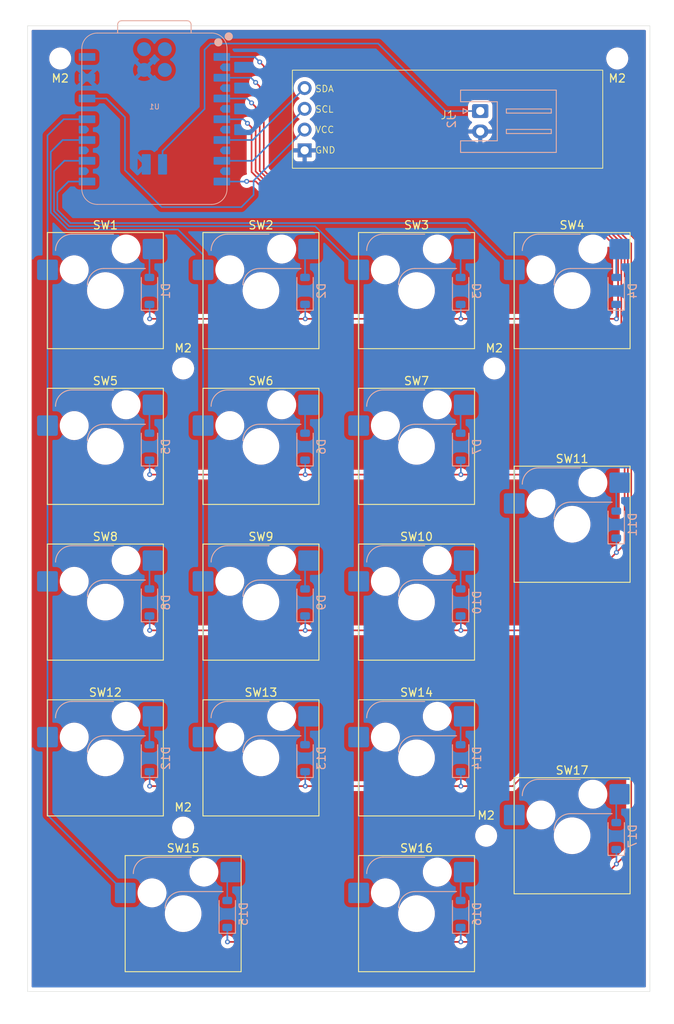
<source format=kicad_pcb>
(kicad_pcb (version 20241229) (generator "pcbnew") (generator_version "9.0")
  (layers (0 "F.Cu" signal) (2 "B.Cu" signal) (13 "F.Paste" user) (15 "B.Paste" user) (5 "F.SilkS" user "F.Silkscreen") (7 "B.SilkS" user "B.Silkscreen") (1 "F.Mask" user) (3 "B.Mask" user) (25 "Edge.Cuts" user))
  (net 0 "")
  (net 1 "Net-(D1-A)")
  (net 2 "R1")
  (net 3 "R2")
  (net 4 "Net-(D5-A)")
  (net 5 "Net-(D6-A)")
  (net 6 "Net-(D7-A)")
  (net 7 "Net-(D8-A)")
  (net 8 "R3")
  (net 9 "Net-(D9-A)")
  (net 10 "Net-(D10-A)")
  (net 11 "Net-(D11-A)")
  (net 12 "Net-(D12-A)")
  (net 13 "Net-(D13-A)")
  (net 14 "R4")
  (net 15 "Net-(D14-A)")
  (net 16 "Net-(D15-A)")
  (net 17 "R5")
  (net 18 "Net-(D16-A)")
  (net 19 "Net-(D17-A)")
  (net 20 "Net-(D2-A)")
  (net 21 "Net-(D3-A)")
  (net 22 "Net-(D4-A)")
  (net 23 "C1")
  (net 24 "C2")
  (net 25 "C3")
  (net 26 "C4")
  (net 27 "SDA")
  (net 28 "SCL")
  (net 29 "BAT")
  (net 30 "GND")
  (net 31 "+3V3")
  (footprint "MNP02:MNP_SW_Hotswap_Kailh_MX_1.00u" (layer "F.Cu") (at 57.15 80.01)
    (property "Reference" "SW6" (at 0 -8 0) (layer "F.SilkS"))
    (property "Value" "SW_Push_45deg" (hide yes))
    (pad "" np_thru_hole circle (at -3.81 -2.54) (size 3.05 3.05) (drill 3.05) (layers "*.Cu" "*.Mask"))
    (pad "" np_thru_hole circle (at 0 0) (size 4 4) (drill 4) (layers "*.Cu" "*.Mask"))
    (pad "" np_thru_hole circle (at 2.54 -5.08) (size 3.05 3.05) (drill 3.05) (layers "*.Cu" "*.Mask"))
    (pad "1" smd roundrect (at -7.085 -2.54) (size 2.55 2.5) (layers "B.Cu" "B.Mask" "B.Paste") (roundrect_rratio 0.1) (net 24 "C2"))
    (pad "2" smd roundrect (at 5.842 -5.08) (size 2.55 2.5) (layers "B.Cu" "B.Mask" "B.Paste") (roundrect_rratio 0.1) (net 5 "Net-(D6-A)"))
  )
  (footprint "MNP02:MNP_SW_Hotswap_Kailh_MX_1.00u" (layer "F.Cu") (at 95.25 60.96)
    (property "Reference" "SW4" (at 0 -8 0) (layer "F.SilkS"))
    (property "Value" "SW_Push_45deg" (hide yes))
    (pad "" np_thru_hole circle (at -3.81 -2.54) (size 3.05 3.05) (drill 3.05) (layers "*.Cu" "*.Mask"))
    (pad "" np_thru_hole circle (at 0 0) (size 4 4) (drill 4) (layers "*.Cu" "*.Mask"))
    (pad "" np_thru_hole circle (at 2.54 -5.08) (size 3.05 3.05) (drill 3.05) (layers "*.Cu" "*.Mask"))
    (pad "1" smd roundrect (at -7.085 -2.54) (size 2.55 2.5) (layers "B.Cu" "B.Mask" "B.Paste") (roundrect_rratio 0.1) (net 26 "C4"))
    (pad "2" smd roundrect (at 5.842 -5.08) (size 2.55 2.5) (layers "B.Cu" "B.Mask" "B.Paste") (roundrect_rratio 0.1) (net 22 "Net-(D4-A)"))
  )
  (footprint "MNP02:MNP_SW_Hotswap_Kailh_MX_2.00u" (layer "F.Cu") (at 47.625 137.16)
    (property "Reference" "SW15" (at 0 -8 0) (layer "F.SilkS"))
    (property "Value" "SW_Push_45deg" (hide yes))
    (pad "" np_thru_hole circle (at -3.81 -2.54) (size 3.05 3.05) (drill 3.05) (layers "*.Cu" "*.Mask"))
    (pad "" np_thru_hole circle (at 0 0) (size 4 4) (drill 4) (layers "*.Cu" "*.Mask"))
    (pad "" np_thru_hole circle (at 2.54 -5.08) (size 3.05 3.05) (drill 3.05) (layers "*.Cu" "*.Mask"))
    (pad "1" smd roundrect (at -7.085 -2.54) (size 2.55 2.5) (layers "B.Cu" "B.Mask" "B.Paste") (roundrect_rratio 0.1) (net 23 "C1"))
    (pad "2" smd roundrect (at 5.842 -5.08) (size 2.55 2.5) (layers "B.Cu" "B.Mask" "B.Paste") (roundrect_rratio 0.1) (net 16 "Net-(D15-A)"))
  )
  (footprint "MNP02:MNP_SW_Hotswap_Kailh_MX_1.00u" (layer "F.Cu") (at 76.2 60.96)
    (property "Reference" "SW3" (at 0 -8 0) (layer "F.SilkS"))
    (property "Value" "SW_Push_45deg" (hide yes))
    (pad "" np_thru_hole circle (at -3.81 -2.54) (size 3.05 3.05) (drill 3.05) (layers "*.Cu" "*.Mask"))
    (pad "" np_thru_hole circle (at 0 0) (size 4 4) (drill 4) (layers "*.Cu" "*.Mask"))
    (pad "" np_thru_hole circle (at 2.54 -5.08) (size 3.05 3.05) (drill 3.05) (layers "*.Cu" "*.Mask"))
    (pad "1" smd roundrect (at -7.085 -2.54) (size 2.55 2.5) (layers "B.Cu" "B.Mask" "B.Paste") (roundrect_rratio 0.1) (net 25 "C3"))
    (pad "2" smd roundrect (at 5.842 -5.08) (size 2.55 2.5) (layers "B.Cu" "B.Mask" "B.Paste") (roundrect_rratio 0.1) (net 21 "Net-(D3-A)"))
  )
  (footprint "MNP02:MNP_SW_Hotswap_Kailh_MX_1.00u" (layer "F.Cu") (at 76.2 80.01)
    (property "Reference" "SW7" (at 0 -8 0) (layer "F.SilkS"))
    (property "Value" "SW_Push_45deg" (hide yes))
    (pad "" np_thru_hole circle (at -3.81 -2.54) (size 3.05 3.05) (drill 3.05) (layers "*.Cu" "*.Mask"))
    (pad "" np_thru_hole circle (at 0 0) (size 4 4) (drill 4) (layers "*.Cu" "*.Mask"))
    (pad "" np_thru_hole circle (at 2.54 -5.08) (size 3.05 3.05) (drill 3.05) (layers "*.Cu" "*.Mask"))
    (pad "1" smd roundrect (at -7.085 -2.54) (size 2.55 2.5) (layers "B.Cu" "B.Mask" "B.Paste") (roundrect_rratio 0.1) (net 25 "C3"))
    (pad "2" smd roundrect (at 5.842 -5.08) (size 2.55 2.5) (layers "B.Cu" "B.Mask" "B.Paste") (roundrect_rratio 0.1) (net 6 "Net-(D7-A)"))
  )
  (footprint "MountingHole:MountingHole_2.2mm_M2" (layer "F.Cu") (at 84.725 127.634625)
    (property "Reference" "M2" (at 0 -2.485 0) (layer "F.SilkS"))
    (property "Value" "MountingHole_2.2mm_M2" (hide yes))
    (pad "" np_thru_hole circle (at 0 0) (size 2.2 2.2) (drill 2.2) (layers "*.Cu" "*.Mask"))
  )
  (footprint "MNP02:MNP_SW_Hotswap_Kailh_MX_1.00u" (layer "F.Cu") (at 38.1 99.06)
    (property "Reference" "SW8" (at 0 -8 0) (layer "F.SilkS"))
    (property "Value" "SW_Push_45deg" (hide yes))
    (pad "" np_thru_hole circle (at -3.81 -2.54) (size 3.05 3.05) (drill 3.05) (layers "*.Cu" "*.Mask"))
    (pad "" np_thru_hole circle (at 0 0) (size 4 4) (drill 4) (layers "*.Cu" "*.Mask"))
    (pad "" np_thru_hole circle (at 2.54 -5.08) (size 3.05 3.05) (drill 3.05) (layers "*.Cu" "*.Mask"))
    (pad "1" smd roundrect (at -7.085 -2.54) (size 2.55 2.5) (layers "B.Cu" "B.Mask" "B.Paste") (roundrect_rratio 0.1) (net 23 "C1"))
    (pad "2" smd roundrect (at 5.842 -5.08) (size 2.55 2.5) (layers "B.Cu" "B.Mask" "B.Paste") (roundrect_rratio 0.1) (net 7 "Net-(D8-A)"))
  )
  (footprint "MNP02:MNP_SW_Hotswap_Kailh_MX_1.00u" (layer "F.Cu") (at 76.2 118.11)
    (property "Reference" "SW14" (at 0 -8 0) (layer "F.SilkS"))
    (property "Value" "SW_Push_45deg" (hide yes))
    (pad "" np_thru_hole circle (at -3.81 -2.54) (size 3.05 3.05) (drill 3.05) (layers "*.Cu" "*.Mask"))
    (pad "" np_thru_hole circle (at 0 0) (size 4 4) (drill 4) (layers "*.Cu" "*.Mask"))
    (pad "" np_thru_hole circle (at 2.54 -5.08) (size 3.05 3.05) (drill 3.05) (layers "*.Cu" "*.Mask"))
    (pad "1" smd roundrect (at -7.085 -2.54) (size 2.55 2.5) (layers "B.Cu" "B.Mask" "B.Paste") (roundrect_rratio 0.1) (net 25 "C3"))
    (pad "2" smd roundrect (at 5.842 -5.08) (size 2.55 2.5) (layers "B.Cu" "B.Mask" "B.Paste") (roundrect_rratio 0.1) (net 15 "Net-(D14-A)"))
  )
  (footprint "MNP02:MNP_SW_Hotswap_Kailh_MX_1.00u" (layer "F.Cu") (at 57.15 60.96)
    (property "Reference" "SW2" (at 0 -8 0) (layer "F.SilkS"))
    (property "Value" "SW_Push_45deg" (hide yes))
    (pad "" np_thru_hole circle (at -3.81 -2.54) (size 3.05 3.05) (drill 3.05) (layers "*.Cu" "*.Mask"))
    (pad "" np_thru_hole circle (at 0 0) (size 4 4) (drill 4) (layers "*.Cu" "*.Mask"))
    (pad "" np_thru_hole circle (at 2.54 -5.08) (size 3.05 3.05) (drill 3.05) (layers "*.Cu" "*.Mask"))
    (pad "1" smd roundrect (at -7.085 -2.54) (size 2.55 2.5) (layers "B.Cu" "B.Mask" "B.Paste") (roundrect_rratio 0.1) (net 24 "C2"))
    (pad "2" smd roundrect (at 5.842 -5.08) (size 2.55 2.5) (layers "B.Cu" "B.Mask" "B.Paste") (roundrect_rratio 0.1) (net 20 "Net-(D2-A)"))
  )
  (footprint "MNP02:SSD1306" (layer "F.Cu") (at 80 40)
    (property "Reference" "J1" (at 0 -0.5 0) (layer "F.SilkS") (effects (font (thickness 0.1))))
    (property "Value" "Conn_01x04_Pin")
    (fp_text user "VCC" (at -16.25 1.75 0) (layer "F.SilkS") (effects (font (size 0.8 0.8) (thickness 0.1)) (justify left bottom)))
    (fp_text user "GND" (at -16.25 4.25 0) (layer "F.SilkS") (effects (font (size 0.8 0.8) (thickness 0.1)) (justify left bottom)))
    (fp_text user "SCL" (at -16.25 -0.75 0) (layer "F.SilkS") (effects (font (size 0.8 0.8) (thickness 0.1)) (justify left bottom)))
    (fp_text user "SDA" (at -16.25 -3.25 0) (layer "F.SilkS") (effects (font (size 0.8 0.8) (thickness 0.1)) (justify left bottom)))
    (pad "1" thru_hole circle (at -17.5 -3.81) (size 1.7 1.7) (drill 1) (layers "*.Cu" "*.Mask") (net 27 "SDA"))
    (pad "2" thru_hole circle (at -17.5 -1.27) (size 1.7 1.7) (drill 1) (layers "*.Cu" "*.Mask") (net 28 "SCL"))
    (pad "3" thru_hole circle (at -17.5 1.27) (size 1.7 1.7) (drill 1) (layers "*.Cu" "*.Mask") (net 31 "+3V3"))
    (pad "4" thru_hole rect (at -17.5 3.81) (size 1.7 1.7) (drill 1) (layers "*.Cu" "*.Mask") (net 30 "GND"))
  )
  (footprint "MNP02:MNP_SW_Hotswap_Kailh_MX_2.00u_90deg" (layer "F.Cu") (at 95.25 127.635)
    (property "Reference" "SW17" (at 0 -8 0) (layer "F.SilkS"))
    (property "Value" "SW_Push_45deg" (hide yes))
    (pad "" np_thru_hole circle (at -3.81 -2.54) (size 3.05 3.05) (drill 3.05) (layers "*.Cu" "*.Mask"))
    (pad "" np_thru_hole circle (at 0 0) (size 4 4) (drill 4) (layers "*.Cu" "*.Mask"))
    (pad "" np_thru_hole circle (at 2.54 -5.08) (size 3.05 3.05) (drill 3.05) (layers "*.Cu" "*.Mask"))
    (pad "1" smd roundrect (at -7.085 -2.54) (size 2.55 2.5) (layers "B.Cu" "B.Mask" "B.Paste") (roundrect_rratio 0.1) (net 26 "C4"))
    (pad "2" smd roundrect (at 5.842 -5.08) (size 2.55 2.5) (layers "B.Cu" "B.Mask" "B.Paste") (roundrect_rratio 0.1) (net 19 "Net-(D17-A)"))
  )
  (footprint "MNP02:MNP_SW_Hotswap_Kailh_MX_2.00u_90deg" (layer "F.Cu") (at 95.25 89.535)
    (property "Reference" "SW11" (at 0 -8 0) (layer "F.SilkS"))
    (property "Value" "SW_Push_45deg" (hide yes))
    (pad "" np_thru_hole circle (at -3.81 -2.54) (size 3.05 3.05) (drill 3.05) (layers "*.Cu" "*.Mask"))
    (pad "" np_thru_hole circle (at 0 0) (size 4 4) (drill 4) (layers "*.Cu" "*.Mask"))
    (pad "" np_thru_hole circle (at 2.54 -5.08) (size 3.05 3.05) (drill 3.05) (layers "*.Cu" "*.Mask"))
    (pad "1" smd roundrect (at -7.085 -2.54) (size 2.55 2.5) (layers "B.Cu" "B.Mask" "B.Paste") (roundrect_rratio 0.1) (net 26 "C4"))
    (pad "2" smd roundrect (at 5.842 -5.08) (size 2.55 2.5) (layers "B.Cu" "B.Mask" "B.Paste") (roundrect_rratio 0.1) (net 11 "Net-(D11-A)"))
  )
  (footprint "MountingHole:MountingHole_2.2mm_M2" (layer "F.Cu") (at 85.725 70.485)
    (property "Reference" "M2" (at 0 -2.485 0) (layer "F.SilkS"))
    (property "Value" "MountingHole_2.2mm_M2" (hide yes))
    (pad "" np_thru_hole circle (at 0 0) (size 2.2 2.2) (drill 2.2) (layers "*.Cu" "*.Mask"))
  )
  (footprint "MountingHole:MountingHole_2.2mm_M2" (layer "F.Cu") (at 100.775 32.575)
    (property "Reference" "M2" (at 0 2.425 0) (layer "F.SilkS"))
    (property "Value" "MountingHole_2.2mm_M2" (hide yes))
    (pad "" np_thru_hole circle (at 0 0) (size 2.2 2.2) (drill 2.2) (layers "*.Cu" "*.Mask"))
  )
  (footprint "MNP02:MNP_SW_Hotswap_Kailh_MX_1.00u" (layer "F.Cu") (at 57.15 118.11)
    (property "Reference" "SW13" (at 0 -8 0) (layer "F.SilkS"))
    (property "Value" "SW_Push_45deg" (hide yes))
    (pad "" np_thru_hole circle (at -3.81 -2.54) (size 3.05 3.05) (drill 3.05) (layers "*.Cu" "*.Mask"))
    (pad "" np_thru_hole circle (at 0 0) (size 4 4) (drill 4) (layers "*.Cu" "*.Mask"))
    (pad "" np_thru_hole circle (at 2.54 -5.08) (size 3.05 3.05) (drill 3.05) (layers "*.Cu" "*.Mask"))
    (pad "1" smd roundrect (at -7.085 -2.54) (size 2.55 2.5) (layers "B.Cu" "B.Mask" "B.Paste") (roundrect_rratio 0.1) (net 24 "C2"))
    (pad "2" smd roundrect (at 5.842 -5.08) (size 2.55 2.5) (layers "B.Cu" "B.Mask" "B.Paste") (roundrect_rratio 0.1) (net 13 "Net-(D13-A)"))
  )
  (footprint "MNP02:MNP_SW_Hotswap_Kailh_MX_1.00u" (layer "F.Cu") (at 76.2 137.16)
    (property "Reference" "SW16" (at 0 -8 0) (layer "F.SilkS"))
    (property "Value" "SW_Push_45deg" (hide yes))
    (pad "" np_thru_hole circle (at -3.81 -2.54) (size 3.05 3.05) (drill 3.05) (layers "*.Cu" "*.Mask"))
    (pad "" np_thru_hole circle (at 0 0) (size 4 4) (drill 4) (layers "*.Cu" "*.Mask"))
    (pad "" np_thru_hole circle (at 2.54 -5.08) (size 3.05 3.05) (drill 3.05) (layers "*.Cu" "*.Mask"))
    (pad "1" smd roundrect (at -7.085 -2.54) (size 2.55 2.5) (layers "B.Cu" "B.Mask" "B.Paste") (roundrect_rratio 0.1) (net 25 "C3"))
    (pad "2" smd roundrect (at 5.842 -5.08) (size 2.55 2.5) (layers "B.Cu" "B.Mask" "B.Paste") (roundrect_rratio 0.1) (net 18 "Net-(D16-A)"))
  )
  (footprint "MNP02:MNP_SW_Hotswap_Kailh_MX_1.00u" (layer "F.Cu") (at 38.1 60.96)
    (property "Reference" "SW1" (at 0 -8 0) (layer "F.SilkS"))
    (property "Value" "SW_Push_45deg" (hide yes))
    (pad "" np_thru_hole circle (at -3.81 -2.54) (size 3.05 3.05) (drill 3.05) (layers "*.Cu" "*.Mask"))
    (pad "" np_thru_hole circle (at 0 0) (size 4 4) (drill 4) (layers "*.Cu" "*.Mask"))
    (pad "" np_thru_hole circle (at 2.54 -5.08) (size 3.05 3.05) (drill 3.05) (layers "*.Cu" "*.Mask"))
    (pad "1" smd roundrect (at -7.085 -2.54) (size 2.55 2.5) (layers "B.Cu" "B.Mask" "B.Paste") (roundrect_rratio 0.1) (net 23 "C1"))
    (pad "2" smd roundrect (at 5.842 -5.08) (size 2.55 2.5) (layers "B.Cu" "B.Mask" "B.Paste") (roundrect_rratio 0.1) (net 1 "Net-(D1-A)"))
  )
  (footprint "MountingHole:MountingHole_2.2mm_M2" (layer "F.Cu") (at 47.625 126.634625)
    (property "Reference" "M2" (at 0 -2.485 0) (layer "F.SilkS"))
    (property "Value" "MountingHole_2.2mm_M2" (hide yes))
    (pad "" np_thru_hole circle (at 0 0) (size 2.2 2.2) (drill 2.2) (layers "*.Cu" "*.Mask"))
  )
  (footprint "MountingHole:MountingHole_2.2mm_M2" (layer "F.Cu") (at 32.575 32.575)
    (property "Reference" "M2" (at 0 2.425 0) (layer "F.SilkS"))
    (property "Value" "MountingHole_2.2mm_M2" (hide yes))
    (pad "" np_thru_hole circle (at 0 0) (size 2.2 2.2) (drill 2.2) (layers "*.Cu" "*.Mask"))
  )
  (footprint "MNP02:MNP_SW_Hotswap_Kailh_MX_1.00u" (layer "F.Cu") (at 76.2 99.06)
    (property "Reference" "SW10" (at 0 -8 0) (layer "F.SilkS"))
    (property "Value" "SW_Push_45deg" (hide yes))
    (pad "" np_thru_hole circle (at -3.81 -2.54) (size 3.05 3.05) (drill 3.05) (layers "*.Cu" "*.Mask"))
    (pad "" np_thru_hole circle (at 0 0) (size 4 4) (drill 4) (layers "*.Cu" "*.Mask"))
    (pad "" np_thru_hole circle (at 2.54 -5.08) (size 3.05 3.05) (drill 3.05) (layers "*.Cu" "*.Mask"))
    (pad "1" smd roundrect (at -7.085 -2.54) (size 2.55 2.5) (layers "B.Cu" "B.Mask" "B.Paste") (roundrect_rratio 0.1) (net 25 "C3"))
    (pad "2" smd roundrect (at 5.842 -5.08) (size 2.55 2.5) (layers "B.Cu" "B.Mask" "B.Paste") (roundrect_rratio 0.1) (net 10 "Net-(D10-A)"))
  )
  (footprint "MountingHole:MountingHole_2.2mm_M2" (layer "F.Cu") (at 47.625 70.485)
    (property "Reference" "M2" (at 0 -2.485 0) (layer "F.SilkS"))
    (property "Value" "MountingHole_2.2mm_M2" (hide yes))
    (pad "" np_thru_hole circle (at 0 0) (size 2.2 2.2) (drill 2.2) (layers "*.Cu" "*.Mask"))
  )
  (footprint "MNP02:MNP_SW_Hotswap_Kailh_MX_1.00u" (layer "F.Cu") (at 57.15 99.06)
    (property "Reference" "SW9" (at 0 -8 0) (layer "F.SilkS"))
    (property "Value" "SW_Push_45deg" (hide yes))
    (pad "" np_thru_hole circle (at -3.81 -2.54) (size 3.05 3.05) (drill 3.05) (layers "*.Cu" "*.Mask"))
    (pad "" np_thru_hole circle (at 0 0) (size 4 4) (drill 4) (layers "*.Cu" "*.Mask"))
    (pad "" np_thru_hole circle (at 2.54 -5.08) (size 3.05 3.05) (drill 3.05) (layers "*.Cu" "*.Mask"))
    (pad "1" smd roundrect (at -7.085 -2.54) (size 2.55 2.5) (layers "B.Cu" "B.Mask" "B.Paste") (roundrect_rratio 0.1) (net 24 "C2"))
    (pad "2" smd roundrect (at 5.842 -5.08) (size 2.55 2.5) (layers "B.Cu" "B.Mask" "B.Paste") (roundrect_rratio 0.1) (net 9 "Net-(D9-A)"))
  )
  (footprint "MNP02:MNP_SW_Hotswap_Kailh_MX_1.00u" (layer "F.Cu") (at 38.1 118.11)
    (property "Reference" "SW12" (at 0 -8 0) (layer "F.SilkS"))
    (property "Value" "SW_Push_45deg" (hide yes))
    (pad "" np_thru_hole circle (at -3.81 -2.54) (size 3.05 3.05) (drill 3.05) (layers "*.Cu" "*.Mask"))
    (pad "" np_thru_hole circle (at 0 0) (size 4 4) (drill 4) (layers "*.Cu" "*.Mask"))
    (pad "" np_thru_hole circle (at 2.54 -5.08) (size 3.05 3.05) (drill 3.05) (layers "*.Cu" "*.Mask"))
    (pad "1" smd roundrect (at -7.085 -2.54) (size 2.55 2.5) (layers "B.Cu" "B.Mask" "B.Paste") (roundrect_rratio 0.1) (net 23 "C1"))
    (pad "2" smd roundrect (at 5.842 -5.08) (size 2.55 2.5) (layers "B.Cu" "B.Mask" "B.Paste") (roundrect_rratio 0.1) (net 12 "Net-(D12-A)"))
  )
  (footprint "MNP02:MNP_SW_Hotswap_Kailh_MX_1.00u" (layer "F.Cu") (at 38.1 80.01)
    (property "Reference" "SW5" (at 0 -8 0) (layer "F.SilkS"))
    (property "Value" "SW_Push_45deg" (hide yes))
    (pad "" np_thru_hole circle (at -3.81 -2.54) (size 3.05 3.05) (drill 3.05) (layers "*.Cu" "*.Mask"))
    (pad "" np_thru_hole circle (at 0 0) (size 4 4) (drill 4) (layers "*.Cu" "*.Mask"))
    (pad "" np_thru_hole circle (at 2.54 -5.08) (size 3.05 3.05) (drill 3.05) (layers "*.Cu" "*.Mask"))
    (pad "1" smd roundrect (at -7.085 -2.54) (size 2.55 2.5) (layers "B.Cu" "B.Mask" "B.Paste") (roundrect_rratio 0.1) (net 23 "C1"))
    (pad "2" smd roundrect (at 5.842 -5.08) (size 2.55 2.5) (layers "B.Cu" "B.Mask" "B.Paste") (roundrect_rratio 0.1) (net 4 "Net-(D5-A)"))
  )
  (footprint "Diode_SMD:D_SOD-123" (layer "B.Cu") (at 62.55 61 90)
    (property "Reference" "D2" (at 0 2 90) (layer "B.SilkS") (effects (justify mirror)))
    (property "Value" "D")
    (pad "1" smd roundrect (at -1.65 0 90) (size 0.9 1.2) (layers "B.Cu" "B.Mask" "B.Paste") (net 2 "R1"))
    (pad "2" smd roundrect (at 1.65 0 90) (size 0.9 1.2) (layers "B.Cu" "B.Mask" "B.Paste") (net 20 "Net-(D2-A)"))
  )
  (footprint "Diode_SMD:D_SOD-123" (layer "B.Cu") (at 100.65 89.575 90)
    (property "Reference" "D11" (at 0 2 90) (layer "B.SilkS") (effects (justify mirror)))
    (property "Value" "D")
    (pad "1" smd roundrect (at -1.65 0 90) (size 0.9 1.2) (layers "B.Cu" "B.Mask" "B.Paste") (net 8 "R3"))
    (pad "2" smd roundrect (at 1.65 0 90) (size 0.9 1.2) (layers "B.Cu" "B.Mask" "B.Paste") (net 11 "Net-(D11-A)"))
  )
  (footprint "Diode_SMD:D_SOD-123" (layer "B.Cu") (at 62.55 80.05 90)
    (property "Reference" "D6" (at 0 2 90) (layer "B.SilkS") (effects (justify mirror)))
    (property "Value" "D")
    (pad "1" smd roundrect (at -1.65 0 90) (size 0.9 1.2) (layers "B.Cu" "B.Mask" "B.Paste") (net 3 "R2"))
    (pad "2" smd roundrect (at 1.65 0 90) (size 0.9 1.2) (layers "B.Cu" "B.Mask" "B.Paste") (net 5 "Net-(D6-A)"))
  )
  (footprint "Diode_SMD:D_SOD-123" (layer "B.Cu") (at 53.025 137.2 90)
    (property "Reference" "D15" (at 0 2 90) (layer "B.SilkS") (effects (justify mirror)))
    (property "Value" "D")
    (pad "1" smd roundrect (at -1.65 0 90) (size 0.9 1.2) (layers "B.Cu" "B.Mask" "B.Paste") (net 17 "R5"))
    (pad "2" smd roundrect (at 1.65 0 90) (size 0.9 1.2) (layers "B.Cu" "B.Mask" "B.Paste") (net 16 "Net-(D15-A)"))
  )
  (footprint "Diode_SMD:D_SOD-123" (layer "B.Cu") (at 43.5 118.15 90)
    (property "Reference" "D12" (at 0 2 90) (layer "B.SilkS") (effects (justify mirror)))
    (property "Value" "D")
    (pad "1" smd roundrect (at -1.65 0 90) (size 0.9 1.2) (layers "B.Cu" "B.Mask" "B.Paste") (net 14 "R4"))
    (pad "2" smd roundrect (at 1.65 0 90) (size 0.9 1.2) (layers "B.Cu" "B.Mask" "B.Paste") (net 12 "Net-(D12-A)"))
  )
  (footprint "Diode_SMD:D_SOD-123" (layer "B.Cu") (at 100.65 61 90)
    (property "Reference" "D4" (at 0 2 90) (layer "B.SilkS") (effects (justify mirror)))
    (property "Value" "D")
    (pad "1" smd roundrect (at -1.65 0 90) (size 0.9 1.2) (layers "B.Cu" "B.Mask" "B.Paste") (net 2 "R1"))
    (pad "2" smd roundrect (at 1.65 0 90) (size 0.9 1.2) (layers "B.Cu" "B.Mask" "B.Paste") (net 22 "Net-(D4-A)"))
  )
  (footprint "Diode_SMD:D_SOD-123" (layer "B.Cu") (at 43.5 99.1 90)
    (property "Reference" "D8" (at 0 2 90) (layer "B.SilkS") (effects (justify mirror)))
    (property "Value" "D")
    (pad "1" smd roundrect (at -1.65 0 90) (size 0.9 1.2) (layers "B.Cu" "B.Mask" "B.Paste") (net 8 "R3"))
    (pad "2" smd roundrect (at 1.65 0 90) (size 0.9 1.2) (layers "B.Cu" "B.Mask" "B.Paste") (net 7 "Net-(D8-A)"))
  )
  (footprint "Diode_SMD:D_SOD-123" (layer "B.Cu") (at 62.55 118.15 90)
    (property "Reference" "D13" (at 0 2 90) (layer "B.SilkS") (effects (justify mirror)))
    (property "Value" "D")
    (pad "1" smd roundrect (at -1.65 0 90) (size 0.9 1.2) (layers "B.Cu" "B.Mask" "B.Paste") (net 14 "R4"))
    (pad "2" smd roundrect (at 1.65 0 90) (size 0.9 1.2) (layers "B.Cu" "B.Mask" "B.Paste") (net 13 "Net-(D13-A)"))
  )
  (footprint "Diode_SMD:D_SOD-123" (layer "B.Cu") (at 62.55 99.1 90)
    (property "Reference" "D9" (at 0 2 90) (layer "B.SilkS") (effects (justify mirror)))
    (property "Value" "D")
    (pad "1" smd roundrect (at -1.65 0 90) (size 0.9 1.2) (layers "B.Cu" "B.Mask" "B.Paste") (net 8 "R3"))
    (pad "2" smd roundrect (at 1.65 0 90) (size 0.9 1.2) (layers "B.Cu" "B.Mask" "B.Paste") (net 9 "Net-(D9-A)"))
  )
  (footprint "Connector_JST:JST_XH_S2B-XH-A_1x02_P2.50mm_Horizontal" (layer "B.Cu") (at 84 39 -90)
    (property "Reference" "J2" (at 1.25 3.51 90) (layer "B.SilkS") (effects (justify mirror)))
    (property "Value" "Conn_01x02")
    (pad "1" thru_hole roundrect (at 0 0 270) (size 1.7 2) (drill 1) (layers "*.Cu" "*.Mask") (roundrect_rratio 0.147059) (net 29 "BAT"))
    (pad "2" thru_hole oval (at 2.5 0 270) (size 1.7 2) (drill 1) (layers "*.Cu" "*.Mask") (net 30 "GND"))
  )
  (footprint "Diode_SMD:D_SOD-123" (layer "B.Cu") (at 81.6 80.05 90)
    (property "Reference" "D7" (at 0 2 90) (layer "B.SilkS") (effects (justify mirror)))
    (property "Value" "D")
    (pad "1" smd roundrect (at -1.65 0 90) (size 0.9 1.2) (layers "B.Cu" "B.Mask" "B.Paste") (net 3 "R2"))
    (pad "2" smd roundrect (at 1.65 0 90) (size 0.9 1.2) (layers "B.Cu" "B.Mask" "B.Paste") (net 6 "Net-(D7-A)"))
  )
  (footprint "Diode_SMD:D_SOD-123" (layer "B.Cu") (at 81.6 137.2 90)
    (property "Reference" "D16" (at 0 2 90) (layer "B.SilkS") (effects (justify mirror)))
    (property "Value" "D")
    (pad "1" smd roundrect (at -1.65 0 90) (size 0.9 1.2) (layers "B.Cu" "B.Mask" "B.Paste") (net 17 "R5"))
    (pad "2" smd roundrect (at 1.65 0 90) (size 0.9 1.2) (layers "B.Cu" "B.Mask" "B.Paste") (net 18 "Net-(D16-A)"))
  )
  (footprint "Diode_SMD:D_SOD-123" (layer "B.Cu") (at 81.6 99.1 90)
    (property "Reference" "D10" (at 0 2 90) (layer "B.SilkS") (effects (justify mirror)))
    (property "Value" "D")
    (pad "1" smd roundrect (at -1.65 0 90) (size 0.9 1.2) (layers "B.Cu" "B.Mask" "B.Paste") (net 8 "R3"))
    (pad "2" smd roundrect (at 1.65 0 90) (size 0.9 1.2) (layers "B.Cu" "B.Mask" "B.Paste") (net 10 "Net-(D10-A)"))
  )
  (footprint "Diode_SMD:D_SOD-123" (layer "B.Cu") (at 81.6 61 90)
    (property "Reference" "D3" (at 0 2 90) (layer "B.SilkS") (effects (justify mirror)))
    (property "Value" "D")
    (pad "1" smd roundrect (at -1.65 0 90) (size 0.9 1.2) (layers "B.Cu" "B.Mask" "B.Paste") (net 2 "R1"))
    (pad "2" smd roundrect (at 1.65 0 90) (size 0.9 1.2) (layers "B.Cu" "B.Mask" "B.Paste") (net 21 "Net-(D3-A)"))
  )
  (footprint "Diode_SMD:D_SOD-123" (layer "B.Cu") (at 43.5 61 90)
    (property "Reference" "D1" (at 0 2 90) (layer "B.SilkS") (effects (justify mirror)))
    (property "Value" "D")
    (pad "1" smd roundrect (at -1.65 0 90) (size 0.9 1.2) (layers "B.Cu" "B.Mask" "B.Paste") (net 2 "R1"))
    (pad "2" smd roundrect (at 1.65 0 90) (size 0.9 1.2) (layers "B.Cu" "B.Mask" "B.Paste") (net 1 "Net-(D1-A)"))
  )
  (footprint "Seeed XIAO Plus:XIAO-nRF52840-Plus-SMD" (layer "B.Cu") (at 44.108125 40.004 90)
    (property "Reference" "U1" (at 1.534 0 0) (layer "B.SilkS") (effects (font (size 0.635 0.635) (thickness 0.1016)) (justify mirror)))
    (property "Value" "XIAO-nRF52840-Plus")
    (pad "1" smd roundrect (at 7.62 8.255) (size 2.032 0.95) (layers "B.Cu" "B.Mask" "B.Paste") (roundrect_rratio 0.1) (net 17 "R5"))
    (pad "2" smd roundrect (at 5.08 8.255) (size 2.032 0.95) (layers "B.Cu" "B.Mask" "B.Paste") (roundrect_rratio 0.1) (net 14 "R4"))
    (pad "3" smd roundrect (at 2.54 8.255) (size 2.032 0.95) (layers "B.Cu" "B.Mask" "B.Paste") (roundrect_rratio 0.1) (net 8 "R3"))
    (pad "4" smd roundrect (at 0 8.255) (size 2.032 0.95) (layers "B.Cu" "B.Mask" "B.Paste") (roundrect_rratio 0.1) (net 3 "R2"))
    (pad "5" smd roundrect (at -2.54 8.255) (size 2.032 0.95) (layers "B.Cu" "B.Mask" "B.Paste") (roundrect_rratio 0.1) (net 27 "SDA"))
    (pad "6" smd roundrect (at -5.08 8.255) (size 2.032 0.95) (layers "B.Cu" "B.Mask" "B.Paste") (roundrect_rratio 0.1) (net 28 "SCL"))
    (pad "7" smd roundrect (at -7.62 8.255) (size 2.032 0.95) (layers "B.Cu" "B.Mask" "B.Paste") (roundrect_rratio 0.1) (net 2 "R1"))
    (pad "8" smd roundrect (at -7.62 -8.255 180) (size 2.032 0.95) (layers "B.Cu" "B.Mask" "B.Paste") (roundrect_rratio 0.1) (net 26 "C4"))
    (pad "9" smd roundrect (at -5.08 -8.255 180) (size 2.032 0.95) (layers "B.Cu" "B.Mask" "B.Paste") (roundrect_rratio 0.1) (net 25 "C3"))
    (pad "10" smd roundrect (at -2.54 -8.255 180) (size 2.032 0.95) (layers "B.Cu" "B.Mask" "B.Paste") (roundrect_rratio 0.1) (net 24 "C2"))
    (pad "11" smd roundrect (at 0 -8.255 180) (size 2.032 0.95) (layers "B.Cu" "B.Mask" "B.Paste") (roundrect_rratio 0.1) (net 23 "C1"))
    (pad "12" smd roundrect (at 2.54 -8.255 180) (size 2.032 0.95) (layers "B.Cu" "B.Mask" "B.Paste") (roundrect_rratio 0.1) (net 31 "+3V3"))
    (pad "13" smd roundrect (at 5.08 -8.255 180) (size 2.032 0.95) (layers "B.Cu" "B.Mask" "B.Paste") (roundrect_rratio 0.1) (net 30 "GND"))
    (pad "14" smd roundrect (at 7.62 -8.255 180) (size 2.032 0.95) (layers "B.Cu" "B.Mask" "B.Paste") (roundrect_rratio 0.1))
    (pad "15" smd roundrect (at 6.35 8.655) (size 1.232 0.95) (layers "B.Cu" "B.Mask" "B.Paste") (roundrect_rratio 0.1) (chamfer_ratio 0.35) (chamfer top_left bottom_left))
    (pad "16" smd roundrect (at 3.81 8.655) (size 1.232 0.95) (layers "B.Cu" "B.Mask" "B.Paste") (roundrect_rratio 0.1) (chamfer_ratio 0.35) (chamfer top_left bottom_left))
    (pad "17" smd roundrect (at 1.27 8.655) (size 1.232 0.95) (layers "B.Cu" "B.Mask" "B.Paste") (roundrect_rratio 0.1) (chamfer_ratio 0.35) (chamfer top_left bottom_left))
    (pad "18" smd roundrect (at -1.27 8.655) (size 1.232 0.95) (layers "B.Cu" "B.Mask" "B.Paste") (roundrect_rratio 0.1) (chamfer_ratio 0.35) (chamfer top_left bottom_left))
    (pad "19" smd roundrect (at -3.81 8.655) (size 1.232 0.95) (layers "B.Cu" "B.Mask" "B.Paste") (roundrect_rratio 0.1) (chamfer_ratio 0.35) (chamfer top_left bottom_left))
    (pad "20" smd roundrect (at -6.35 8.655) (size 1.232 0.95) (layers "B.Cu" "B.Mask" "B.Paste") (roundrect_rratio 0.1) (chamfer_ratio 0.35) (chamfer top_left bottom_left))
    (pad "21" smd roundrect (at -6.35 -8.655 180) (size 1.232 0.95) (layers "B.Cu" "B.Mask" "B.Paste") (roundrect_rratio 0.1) (chamfer_ratio 0.35) (chamfer top_left bottom_left))
    (pad "22" smd roundrect (at -3.81 -8.655 180) (size 1.232 0.95) (layers "B.Cu" "B.Mask" "B.Paste") (roundrect_rratio 0.1) (chamfer_ratio 0.35) (chamfer top_left bottom_left))
    (pad "23" smd roundrect (at -1.27 -8.655 180) (size 1.232 0.95) (layers "B.Cu" "B.Mask" "B.Paste") (roundrect_rratio 0.1) (chamfer_ratio 0.35) (chamfer top_left bottom_left))
    (pad "24" smd circle (at 8.5725 1.27 180) (size 1.7 1.7) (layers "B.Cu" "B.Mask" "B.Paste"))
    (pad "25" smd circle (at 8.5725 -1.27 180) (size 1.7 1.7) (layers "B.Cu" "B.Mask" "B.Paste"))
    (pad "26" smd circle (at 6.0325 1.27 180) (size 1.7 1.7) (layers "B.Cu" "B.Mask" "B.Paste"))
    (pad "27" smd circle (at 6.0325 -1.27 180) (size 1.7 1.7) (layers "B.Cu" "B.Mask" "B.Paste") (net 30 "GND"))
    (pad "32" smd roundrect (at -5.517823 0.993988 270) (size 2.5 1.1) (layers "B.Cu" "B.Mask" "B.Paste") (roundrect_rratio 0.1) (net 29 "BAT"))
    (pad "33" smd roundrect (at -5.517823 -1.006012 270) (size 2.5 1.1) (layers "B.Cu" "B.Mask" "B.Paste") (roundrect_rratio 0.1) (net 30 "GND"))
  )
  (footprint "Diode_SMD:D_SOD-123" (layer "B.Cu") (at 43.5 80.05 90)
    (property "Reference" "D5" (at 0 2 90) (layer "B.SilkS") (effects (justify mirror)))
    (property "Value" "D")
    (pad "1" smd roundrect (at -1.65 0 90) (size 0.9 1.2) (layers "B.Cu" "B.Mask" "B.Paste") (net 3 "R2"))
    (pad "2" smd roundrect (at 1.65 0 90) (size 0.9 1.2) (layers "B.Cu" "B.Mask" "B.Paste") (net 4 "Net-(D5-A)"))
  )
  (footprint "Diode_SMD:D_SOD-123" (layer "B.Cu") (at 100.65 127.675 90)
    (property "Reference" "D17" (at 0 2 90) (layer "B.SilkS") (effects (justify mirror)))
    (property "Value" "D")
    (pad "1" smd roundrect (at -1.65 0 90) (size 0.9 1.2) (layers "B.Cu" "B.Mask" "B.Paste") (net 17 "R5"))
    (pad "2" smd roundrect (at 1.65 0 90) (size 0.9 1.2) (layers "B.Cu" "B.Mask" "B.Paste") (net 19 "Net-(D17-A)"))
  )
  (footprint "Diode_SMD:D_SOD-123" (layer "B.Cu") (at 81.6 118.15 90)
    (property "Reference" "D14" (at 0 2 90) (layer "B.SilkS") (effects (justify mirror)))
    (property "Value" "D")
    (pad "1" smd roundrect (at -1.65 0 90) (size 0.9 1.2) (layers "B.Cu" "B.Mask" "B.Paste") (net 14 "R4"))
    (pad "2" smd roundrect (at 1.65 0 90) (size 0.9 1.2) (layers "B.Cu" "B.Mask" "B.Paste") (net 15 "Net-(D14-A)"))
  )
  (gr_rect (start 28.575 28.575) (end 104.775 146.684625) (stroke (width 0.05)) (fill no) (layer "Edge.Cuts"))
  (segment (start 43.5 55.96) (end 43.42 55.88) (width 0.2) (layer "B.Cu") (net 1))
  (segment (start 43.5 59.35) (end 43.5 55.96) (width 0.2) (layer "B.Cu") (net 1))
  (segment (start 56.5 47.6) (end 57.9 49) (width 0.2) (layer "F.Cu") (net 2))
  (segment (start 55.4 47.6) (end 56.5 47.6) (width 0.2) (layer "F.Cu") (net 2))
  (segment (start 100.875 55.875) (end 100.875 64.215) (width 0.2) (layer "F.Cu") (net 2))
  (segment (start 94 49) (end 100.875 55.875) (width 0.2) (layer "F.Cu") (net 2))
  (segment (start 43.525 64.415) (end 100.675 64.415) (width 0.2) (layer "F.Cu") (net 2))
  (segment (start 57.9 49) (end 94 49) (width 0.2) (layer "F.Cu") (net 2))
  (segment (start 100.875 64.215) (end 100.675 64.415) (width 0.2) (layer "F.Cu") (net 2))
  (via (at 43.525 64.415) (size 0.6) (drill 0.3) (layers "F.Cu" "B.Cu") (net 2))
  (via (at 81.625 64.415) (size 0.6) (drill 0.3) (layers "F.Cu" "B.Cu") (net 2))
  (via (at 100.675 64.415) (size 0.6) (drill 0.3) (layers "F.Cu" "B.Cu") (net 2))
  (via (at 62.575 64.415) (size 0.6) (drill 0.3) (layers "F.Cu" "B.Cu") (net 2))
  (via (at 55.4 47.6) (size 0.6) (drill 0.3) (layers "F.Cu" "B.Cu") (net 2))
  (segment (start 55.376 47.624) (end 55.4 47.6) (width 0.2) (layer "B.Cu") (net 2))
  (segment (start 81.625 62.675) (end 81.6 62.65) (width 0.2) (layer "B.Cu") (net 2))
  (segment (start 62.575 64.415) (end 62.575 62.675) (width 0.2) (layer "B.Cu") (net 2))
  (segment (start 81.625 64.415) (end 81.625 62.675) (width 0.2) (layer "B.Cu") (net 2))
  (segment (start 52.363125 47.624) (end 55.376 47.624) (width 0.2) (layer "B.Cu") (net 2))
  (segment (start 100.675 62.675) (end 100.65 62.65) (width 0.2) (layer "B.Cu") (net 2))
  (segment (start 43.525 62.675) (end 43.5 62.65) (width 0.2) (layer "B.Cu") (net 2))
  (segment (start 100.675 64.415) (end 100.675 62.675) (width 0.2) (layer "B.Cu") (net 2))
  (segment (start 43.525 64.415) (end 43.525 62.675) (width 0.2) (layer "B.Cu") (net 2))
  (segment (start 62.575 62.675) (end 62.55 62.65) (width 0.2) (layer "B.Cu") (net 2))
  (segment (start 56 41) (end 55.5 40.5) (width 0.2) (layer "F.Cu") (net 3))
  (segment (start 56 46.4513) (end 56 41) (width 0.2) (layer "F.Cu") (net 3))
  (segment (start 58.1477 48.599) (end 56 46.4513) (width 0.2) (layer "F.Cu") (net 3))
  (segment (start 43.525 83.465) (end 81.625 83.465) (width 0.2) (layer "F.Cu") (net 3))
  (segment (start 81.625 83.465) (end 94.011 83.465) (width 0.2) (layer "F.Cu") (net 3))
  (segment (start 101.276 76.2) (end 101.276 55.7089) (width 0.2) (layer "F.Cu") (net 3))
  (segment (start 94.011 83.465) (end 101.276 76.2) (width 0.2) (layer "F.Cu") (net 3))
  (segment (start 94.1661 48.599) (end 58.1477 48.599) (width 0.2) (layer "F.Cu") (net 3))
  (segment (start 101.276 55.7089) (end 94.1661 48.599) (width 0.2) (layer "F.Cu") (net 3))
  (via (at 43.525 83.465) (size 0.6) (drill 0.3) (layers "F.Cu" "B.Cu") (net 3))
  (via (at 55.5 40.5) (size 0.6) (drill 0.3) (layers "F.Cu" "B.Cu") (net 3))
  (via (at 62.575 83.465) (size 0.6) (drill 0.3) (layers "F.Cu" "B.Cu") (net 3))
  (via (at 81.625 83.465) (size 0.6) (drill 0.3) (layers "F.Cu" "B.Cu") (net 3))
  (segment (start 52.363125 40.004) (end 55.004 40.004) (width 0.2) (layer "B.Cu") (net 3))
  (segment (start 43.525 81.725) (end 43.5 81.7) (width 0.2) (layer "B.Cu") (net 3))
  (segment (start 55.004 40.004) (end 55.5 40.5) (width 0.2) (layer "B.Cu") (net 3))
  (segment (start 62.575 83.465) (end 62.575 81.725) (width 0.2) (layer "B.Cu") (net 3))
  (segment (start 43.525 83.465) (end 43.525 81.725) (width 0.2) (layer "B.Cu") (net 3))
  (segment (start 62.575 81.725) (end 62.55 81.7) (width 0.2) (layer "B.Cu") (net 3))
  (segment (start 81.625 83.465) (end 81.625 81.725) (width 0.2) (layer "B.Cu") (net 3))
  (segment (start 81.625 81.725) (end 81.6 81.7) (width 0.2) (layer "B.Cu") (net 3))
  (segment (start 43.5 75.01) (end 43.42 74.93) (width 0.2) (layer "B.Cu") (net 4))
  (segment (start 43.5 78.4) (end 43.5 75.01) (width 0.2) (layer "B.Cu") (net 4))
  (segment (start 62.55 78.4) (end 62.55 75.01) (width 0.2) (layer "B.Cu") (net 5))
  (segment (start 62.55 75.01) (end 62.47 74.93) (width 0.2) (layer "B.Cu") (net 5))
  (segment (start 81.6 78.4) (end 81.6 75.01) (width 0.2) (layer "B.Cu") (net 6))
  (segment (start 81.6 75.01) (end 81.52 74.93) (width 0.2) (layer "B.Cu") (net 6))
  (segment (start 43.5 94.06) (end 43.42 93.98) (width 0.2) (layer "B.Cu") (net 7))
  (segment (start 43.5 97.45) (end 43.5 94.06) (width 0.2) (layer "B.Cu") (net 7))
  (segment (start 58.3138 48.198) (end 56.5 46.3842) (width 0.2) (layer "F.Cu") (net 8))
  (segment (start 94.3322 48.198) (end 58.3138 48.198) (width 0.2) (layer "F.Cu") (net 8))
  (segment (start 43.525 102.515) (end 81.625 102.515) (width 0.2) (layer "F.Cu") (net 8))
  (segment (start 101.677 91.988) (end 101.677 55.5428) (width 0.2) (layer "F.Cu") (net 8))
  (segment (start 56.5 46.3842) (end 56.5 38.5) (width 0.2) (layer "F.Cu") (net 8))
  (segment (start 81.625 102.515) (end 91.15 102.515) (width 0.2) (layer "F.Cu") (net 8))
  (segment (start 100.675 92.99) (end 101.677 91.988) (width 0.2) (layer "F.Cu") (net 8))
  (segment (start 56.5 38.5) (end 56 38) (width 0.2) (layer "F.Cu") (net 8))
  (segment (start 101.677 55.5428) (end 94.3322 48.198) (width 0.2) (layer "F.Cu") (net 8))
  (segment (start 100.675 92.99) (end 91.15 102.515) (width 0.2) (layer "F.Cu") (net 8))
  (via (at 100.675 92.99) (size 0.6) (drill 0.3) (layers "F.Cu" "B.Cu") (net 8))
  (via (at 56 38) (size 0.6) (drill 0.3) (layers "F.Cu" "B.Cu") (net 8))
  (via (at 43.525 102.515) (size 0.6) (drill 0.3) (layers "F.Cu" "B.Cu") (net 8))
  (via (at 62.575 102.515) (size 0.6) (drill 0.3) (layers "F.Cu" "B.Cu") (net 8))
  (via (at 81.625 102.515) (size 0.6) (drill 0.3) (layers "F.Cu" "B.Cu") (net 8))
  (segment (start 62.575 102.515) (end 62.575 100.775) (width 0.2) (layer "B.Cu") (net 8))
  (segment (start 55.464 37.464) (end 56 38) (width 0.2) (layer "B.Cu") (net 8))
  (segment (start 52.363125 37.464) (end 55.464 37.464) (width 0.2) (layer "B.Cu") (net 8))
  (segment (start 62.575 100.775) (end 62.55 100.75) (width 0.2) (layer "B.Cu") (net 8))
  (segment (start 43.525 100.775) (end 43.5 100.75) (width 0.2) (layer "B.Cu") (net 8))
  (segment (start 81.625 100.775) (end 81.6 100.75) (width 0.2) (layer "B.Cu") (net 8))
  (segment (start 100.675 91.25) (end 100.65 91.225) (width 0.2) (layer "B.Cu") (net 8))
  (segment (start 81.625 102.515) (end 81.625 100.775) (width 0.2) (layer "B.Cu") (net 8))
  (segment (start 100.675 92.99) (end 100.675 91.25) (width 0.2) (layer "B.Cu") (net 8))
  (segment (start 43.525 102.515) (end 43.525 100.775) (width 0.2) (layer "B.Cu") (net 8))
  (segment (start 62.55 94.06) (end 62.47 93.98) (width 0.2) (layer "B.Cu") (net 9))
  (segment (start 62.55 97.45) (end 62.55 94.06) (width 0.2) (layer "B.Cu") (net 9))
  (segment (start 81.6 97.45) (end 81.6 94.06) (width 0.2) (layer "B.Cu") (net 10))
  (segment (start 81.6 94.06) (end 81.52 93.98) (width 0.2) (layer "B.Cu") (net 10))
  (segment (start 100.65 87.925) (end 100.65 84.535) (width 0.2) (layer "B.Cu") (net 11))
  (segment (start 100.65 84.535) (end 100.57 84.455) (width 0.2) (layer "B.Cu") (net 11))
  (segment (start 43.5 113.11) (end 43.42 113.03) (width 0.2) (layer "B.Cu") (net 12))
  (segment (start 43.5 116.5) (end 43.5 113.11) (width 0.2) (layer "B.Cu") (net 12))
  (segment (start 62.55 113.11) (end 62.47 113.03) (width 0.2) (layer "B.Cu") (net 13))
  (segment (start 62.55 116.5) (end 62.55 113.11) (width 0.2) (layer "B.Cu") (net 13))
  (segment (start 81.625 121.565) (end 87.985 121.565) (width 0.2) (layer "F.Cu") (net 14))
  (segment (start 94.4983 47.797) (end 58.4799 47.797) (width 0.2) (layer "F.Cu") (net 14))
  (segment (start 57 36) (end 56.5 35.5) (width 0.2) (layer "F.Cu") (net 14))
  (segment (start 43.525 121.565) (end 81.625 121.565) (width 0.2) (layer "F.Cu") (net 14))
  (segment (start 87.985 121.565) (end 102.078 107.472) (width 0.2) (layer "F.Cu") (net 14))
  (segment (start 57 46.3171) (end 57 36) (width 0.2) (layer "F.Cu") (net 14))
  (segment (start 102.078 55.3767) (end 94.4983 47.797) (width 0.2) (layer "F.Cu") (net 14))
  (segment (start 58.4799 47.797) (end 57 46.3171) (width 0.2) (layer "F.Cu") (net 14))
  (segment (start 102.078 107.472) (end 102.078 55.3767) (width 0.2) (layer "F.Cu") (net 14))
  (via (at 81.625 121.565) (size 0.6) (drill 0.3) (layers "F.Cu" "B.Cu") (net 14))
  (via (at 62.575 121.565) (size 0.6) (drill 0.3) (layers "F.Cu" "B.Cu") (net 14))
  (via (at 43.525 121.565) (size 0.6) (drill 0.3) (layers "F.Cu" "B.Cu") (net 14))
  (via (at 56.5 35.5) (size 0.6) (drill 0.3) (layers "F.Cu" "B.Cu") (net 14))
  (segment (start 43.525 119.825) (end 43.5 119.8) (width 0.2) (layer "B.Cu") (net 14))
  (segment (start 62.575 121.565) (end 62.575 119.825) (width 0.2) (layer "B.Cu") (net 14))
  (segment (start 62.575 119.825) (end 62.55 119.8) (width 0.2) (layer "B.Cu") (net 14))
  (segment (start 81.625 119.825) (end 81.6 119.8) (width 0.2) (layer "B.Cu") (net 14))
  (segment (start 55.924 34.924) (end 56.5 35.5) (width 0.2) (layer "B.Cu") (net 14))
  (segment (start 52.363125 34.924) (end 55.924 34.924) (width 0.2) (layer "B.Cu") (net 14))
  (segment (start 43.525 121.565) (end 43.525 119.825) (width 0.2) (layer "B.Cu") (net 14))
  (segment (start 81.625 121.565) (end 81.625 119.825) (width 0.2) (layer "B.Cu") (net 14))
  (segment (start 81.6 116.5) (end 81.6 113.11) (width 0.2) (layer "B.Cu") (net 15))
  (segment (start 81.6 113.11) (end 81.52 113.03) (width 0.2) (layer "B.Cu") (net 15))
  (segment (start 53.025 135.55) (end 53.025 132.16) (width 0.2) (layer "B.Cu") (net 16))
  (segment (start 53.025 132.16) (end 52.945 132.08) (width 0.2) (layer "B.Cu") (net 16))
  (segment (start 102.479 129.286) (end 102.479 55.2106) (width 0.2) (layer "F.Cu") (net 17))
  (segment (start 57.5 33.5) (end 57 33) (width 0.2) (layer "F.Cu") (net 17))
  (segment (start 58.646 47.396) (end 57.5 46.25) (width 0.2) (layer "F.Cu") (net 17))
  (segment (start 91.15 140.615) (end 100.675 131.09) (width 0.2) (layer "F.Cu") (net 17))
  (segment (start 81.625 140.615) (end 91.15 140.615) (width 0.2) (layer "F.Cu") (net 17))
  (segment (start 100.675 131.09) (end 102.479 129.286) (width 0.2) (layer "F.Cu") (net 17))
  (segment (start 94.6644 47.396) (end 58.646 47.396) (width 0.2) (layer "F.Cu") (net 17))
  (segment (start 57.5 46.25) (end 57.5 33.5) (width 0.2) (layer "F.Cu") (net 17))
  (segment (start 81.625 140.615) (end 53.05 140.615) (width 0.2) (layer "F.Cu") (net 17))
  (segment (start 102.479 55.2106) (end 94.6644 47.396) (width 0.2) (layer "F.Cu") (net 17))
  (via (at 81.625 140.615) (size 0.6) (drill 0.3) (layers "F.Cu" "B.Cu") (net 17))
  (via (at 57 33) (size 0.6) (drill 0.3) (layers "F.Cu" "B.Cu") (net 17))
  (via (at 100.675 131.09) (size 0.6) (drill 0.3) (layers "F.Cu" "B.Cu") (net 17))
  (via (at 53.05 140.615) (size 0.6) (drill 0.3) (layers "F.Cu" "B.Cu") (net 17))
  (segment (start 53.025 139.2) (end 53.025 140.59) (width 0.2) (layer "B.Cu") (net 17))
  (segment (start 81.6 140.59) (end 81.625 140.615) (width 0.2) (layer "B.Cu") (net 17))
  (segment (start 81.6 139.2) (end 81.6 140.59) (width 0.2) (layer "B.Cu") (net 17))
  (segment (start 81.625 140.615) (end 81.625 138.875) (width 0.2) (layer "B.Cu") (net 17))
  (segment (start 53.05 138.875) (end 53.025 138.85) (width 0.2) (layer "B.Cu") (net 17))
  (segment (start 100.675 129.35) (end 100.65 129.325) (width 0.2) (layer "B.Cu") (net 17))
  (segment (start 81.625 138.875) (end 81.6 138.85) (width 0.2) (layer "B.Cu") (net 17))
  (segment (start 53.05 140.615) (end 53.05 138.875) (width 0.2) (layer "B.Cu") (net 17))
  (segment (start 52.363125 32.384) (end 56.384 32.384) (width 0.2) (layer "B.Cu") (net 17))
  (segment (start 53.025 140.59) (end 53.05 140.615) (width 0.2) (layer "B.Cu") (net 17))
  (segment (start 100.675 131.09) (end 100.675 129.35) (width 0.2) (layer "B.Cu") (net 17))
  (segment (start 56.384 32.384) (end 57 33) (width 0.2) (layer "B.Cu") (net 17))
  (segment (start 100.65 131.065) (end 100.675 131.09) (width 0.2) (layer "B.Cu") (net 17))
  (segment (start 81.6 135.55) (end 81.6 132.16) (width 0.2) (layer "B.Cu") (net 18))
  (segment (start 81.6 132.16) (end 81.52 132.08) (width 0.2) (layer "B.Cu") (net 18))
  (segment (start 100.65 122.635) (end 100.57 122.555) (width 0.2) (layer "B.Cu") (net 19))
  (segment (start 100.65 126.025) (end 100.65 122.635) (width 0.2) (layer "B.Cu") (net 19))
  (segment (start 62.55 59.35) (end 62.55 55.96) (width 0.2) (layer "B.Cu") (net 20))
  (segment (start 62.55 55.96) (end 62.47 55.88) (width 0.2) (layer "B.Cu") (net 20))
  (segment (start 81.6 59.35) (end 81.6 55.96) (width 0.2) (layer "B.Cu") (net 21))
  (segment (start 81.6 55.96) (end 81.52 55.88) (width 0.2) (layer "B.Cu") (net 21))
  (segment (start 100.65 55.96) (end 100.57 55.88) (width 0.2) (layer "B.Cu") (net 22))
  (segment (start 100.65 59.35) (end 100.65 55.96) (width 0.2) (layer "B.Cu") (net 22))
  (segment (start 31.015 77.47) (end 31.015 96.52) (width 0.2) (layer "B.Cu") (net 23))
  (segment (start 32.996 40.004) (end 31.68 41.32) (width 0.2) (layer "B.Cu") (net 23))
  (segment (start 31.015 58.42) (end 31.015 77.47) (width 0.2) (layer "B.Cu") (net 23))
  (segment (start 31.68 41.32) (end 33 40) (width 0.2) (layer "B.Cu") (net 23))
  (segment (start 31.015 41.985) (end 31.68 41.32) (width 0.2) (layer "B.Cu") (net 23))
  (segment (start 31.015 96.52) (end 31.015 115.57) (width 0.2) (layer "B.Cu") (net 23))
  (segment (start 31.015 115.57) (end 31.015 125.095) (width 0.2) (layer "B.Cu") (net 23))
  (segment (start 31.015 58.42) (end 31.015 41.985) (width 0.2) (layer "B.Cu") (net 23))
  (segment (start 35.853125 40.004) (end 32.996 40.004) (width 0.2) (layer "B.Cu") (net 23))
  (segment (start 31.015 125.095) (end 40.54 134.62) (width 0.2) (layer "B.Cu") (net 23))
  (segment (start 50.065 96.52) (end 50.065 115.57) (width 0.2) (layer "B.Cu") (net 24))
  (segment (start 32.872 42.544) (end 31.948 43.468) (width 0.2) (layer "B.Cu") (net 24))
  (segment (start 50.065 56.565) (end 47 53.5) (width 0.2) (layer "B.Cu") (net 24))
  (segment (start 50.065 58.42) (end 50.065 77.47) (width 0.2) (layer "B.Cu") (net 24))
  (segment (start 32.876 42.54) (end 31.948 43.468) (width 0.2) (layer "B.Cu") (net 24))
  (segment (start 47 53.5) (end 33.5 53.5) (width 0.2) (layer "B.Cu") (net 24))
  (segment (start 50.065 58.42) (end 50.065 56.565) (width 0.2) (layer "B.Cu") (net 24))
  (segment (start 31.948 43.468) (end 31.416 44) (width 0.2) (layer "B.Cu") (net 24))
  (segment (start 31.416 51.416) (end 33.5 53.5) (width 0.2) (layer "B.Cu") (net 24))
  (segment (start 31.416 44) (end 31.416 51.416) (width 0.2) (layer "B.Cu") (net 24))
  (segment (start 35.853125 42.544) (end 32.872 42.544) (width 0.2) (layer "B.Cu") (net 24))
  (segment (start 50.065 77.47) (end 50.065 96.52) (width 0.2) (layer "B.Cu") (net 24))
  (segment (start 69.115 96.52) (end 69.115 115.57) (width 0.2) (layer "B.Cu") (net 25))
  (segment (start 31.817 51.2499) (end 31.817 46.35) (width 0.2) (layer "B.Cu") (net 25))
  (segment (start 31.817 46.35) (end 32.4135 45.7535) (width 0.2) (layer "B.Cu") (net 25))
  (segment (start 33.083 45.084) (end 32.4135 45.7535) (width 0.2) (layer "B.Cu") (net 25))
  (segment (start 32.4135 45.7535) (end 33.087 45.08) (width 0.2) (layer "B.Cu") (net 25))
  (segment (start 69.115 58.42) (end 69.115 77.47) (width 0.2) (layer "B.Cu") (net 25))
  (segment (start 63.794 53.099) (end 33.6661 53.099) (width 0.2) (layer "B.Cu") (net 25))
  (segment (start 69.115 77.47) (end 69.115 96.52) (width 0.2) (layer "B.Cu") (net 25))
  (segment (start 33.6661 53.099) (end 31.817 51.2499) (width 0.2) (layer "B.Cu") (net 25))
  (segment (start 35.853125 45.084) (end 33.083 45.084) (width 0.2) (layer "B.Cu") (net 25))
  (segment (start 69.115 115.57) (end 69.115 134.62) (width 0.2) (layer "B.Cu") (net 25))
  (segment (start 69.115 58.42) (end 63.794 53.099) (width 0.2) (layer "B.Cu") (net 25))
  (segment (start 33.574 47.624) (end 32.554 48.644) (width 0.2) (layer "B.Cu") (net 26))
  (segment (start 32.218 51.0838) (end 32.218 48.98) (width 0.2) (layer "B.Cu") (net 26))
  (segment (start 88.165 58.42) (end 82.443 52.698) (width 0.2) (layer "B.Cu") (net 26))
  (segment (start 35.853125 47.624) (end 33.574 47.624) (width 0.2) (layer "B.Cu") (net 26))
  (segment (start 33.8322 52.698) (end 32.218 51.0838) (width 0.2) (layer "B.Cu") (net 26))
  (segment (start 32.218 48.98) (end 32.554 48.644) (width 0.2) (layer "B.Cu") (net 26))
  (segment (start 32.554 48.644) (end 33.578 47.62) (width 0.2) (layer "B.Cu") (net 26))
  (segment (start 88.165 58.42) (end 88.165 86.995) (width 0.2) (layer "B.Cu") (net 26))
  (segment (start 88.165 86.995) (end 88.165 125.095) (width 0.2) (layer "B.Cu") (net 26))
  (segment (start 82.443 52.698) (end 33.8322 52.698) (width 0.2) (layer "B.Cu") (net 26))
  (segment (start 56.146 42.544) (end 62.5 36.19) (width 0.2) (layer "B.Cu") (net 27))
  (segment (start 52.363125 42.544) (end 56.146 42.544) (width 0.2) (layer "B.Cu") (net 27))
  (segment (start 52.363125 45.084) (end 56.146 45.084) (width 0.2) (layer "B.Cu") (net 28))
  (segment (start 56.146 45.084) (end 62.5 38.73) (width 0.2) (layer "B.Cu") (net 28))
  (segment (start 50.25 31.5) (end 51 30.75) (width 0.2) (layer "B.Cu") (net 29))
  (segment (start 45.102113 43.897887) (end 50.25 38.75) (width 0.2) (layer "B.Cu") (net 29))
  (segment (start 45.102113 45.521823) (end 45.102113 43.897887) (width 0.2) (layer "B.Cu") (net 29))
  (segment (start 51 30.75) (end 71.5 30.75) (width 0.2) (layer "B.Cu") (net 29))
  (segment (start 79.75 39) (end 84 39) (width 0.2) (layer "B.Cu") (net 29))
  (segment (start 71.5 30.75) (end 79.75 39) (width 0.2) (layer "B.Cu") (net 29))
  (segment (start 50.25 38.75) (end 50.25 31.5) (width 0.2) (layer "B.Cu") (net 29))
  (segment (start 43.102113 34.235488) (end 42.838125 33.9715) (width 0.2) (layer "B.Cu") (net 30))
  (segment (start 56.25 47.52) (end 56.25 49.25) (width 0.2) (layer "B.Cu") (net 31))
  (segment (start 62.5 41.27) (end 63.01 41.27) (width 0.2) (layer "B.Cu") (net 31))
  (segment (start 45 50.75) (end 40.5 46.25) (width 0.2) (layer "B.Cu") (net 31))
  (segment (start 40.5 46.25) (end 40.5 39.75) (width 0.2) (layer "B.Cu") (net 31))
  (segment (start 38.214 37.464) (end 39.645 38.895) (width 0.2) (layer "B.Cu") (net 31))
  (segment (start 35.853125 37.464) (end 38.214 37.464) (width 0.2) (layer "B.Cu") (net 31))
  (segment (start 40.5 39.75) (end 39.645 38.895) (width 0.2) (layer "B.Cu") (net 31))
  (segment (start 56.25 49.25) (end 54.75 50.75) (width 0.2) (layer "B.Cu") (net 31))
  (segment (start 54.75 50.75) (end 45 50.75) (width 0.2) (layer "B.Cu") (net 31))
  (segment (start 39.645 38.895) (end 38.21 37.46) (width 0.2) (layer "B.Cu") (net 31))
  (segment (start 62.5 41.27) (end 56.25 47.52) (width 0.2) (layer "B.Cu") (net 31))
  (zone (net 30) (net_name "GND") (layers "F.Cu" "B.Cu") (connect_pads (clearance 0.5)) (min_thickness 0.25) (fill yes (thermal_gap 0.5) (thermal_bridge_width 0.5))
    (polygon (pts (xy 25.2 25.42) (xy 107.74 26.17) (xy 106.84 149.46) (xy 25.65 150.66)))
  )
)
</source>
